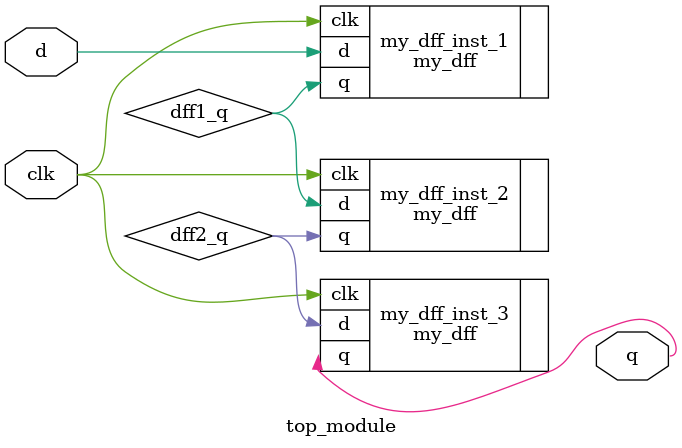
<source format=v>
module top_module ( input clk, input d, output q );
    
    wire dff1_q, dff2_q;

    my_dff my_dff_inst_1 (
        .clk(clk),
        .d(d),
        .q(dff1_q)
    );
    
    my_dff my_dff_inst_2 (
        .clk(clk),
        .d(dff1_q),
        .q(dff2_q)
    );
    
    my_dff my_dff_inst_3 (
        .clk(clk),
        .d(dff2_q),
        .q(q)
    );
    
endmodule
</source>
